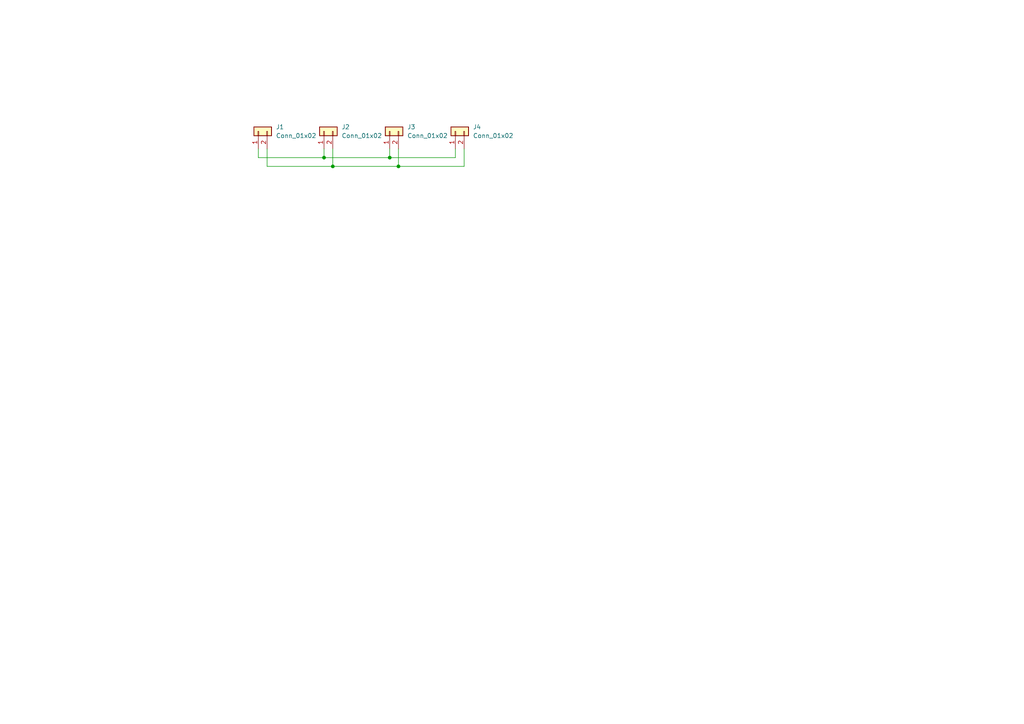
<source format=kicad_sch>
(kicad_sch (version 20230121) (generator eeschema)
  (paper "A4")
  (lib_symbols
    (symbol "Connector_Generic:Conn_01x02" (pin_names (offset 1.016) hide)
      (property "Reference" "J" (at 0 2.54 0))
      (property "Value" "Conn_01x02" (at 0 -5.08 0))
      (symbol "Conn_01x02_1_1"
        (rectangle (start -1.27 -2.413) (end 0 -2.667) (stroke (width 0.1524)))
        (rectangle (start -1.27 0.127) (end 0 -0.127) (stroke (width 0.1524)))
        (rectangle (start -1.27 1.27) (end 1.27 -3.81) (stroke (width 0.254)) (fill (type background)))
        (pin passive line (at -5.08 0 0) (length 3.81) (name "Pin_1") (number "1"))
        (pin passive line (at -5.08 -2.54 0) (length 3.81) (name "Pin_2") (number "2"))
      )
    )
  )
  (junction (at 113.03 45.72))
  (junction (at 96.52 48.26))
  (junction (at 115.57 48.26))
  (junction (at 93.98 45.72))
  (wire (pts (xy 93.98 45.72) (xy 74.93 45.72)))
  (wire (pts (xy 96.52 48.26) (xy 96.52 43.18)))
  (wire (pts (xy 115.57 48.26) (xy 115.57 43.18)))
  (wire (pts (xy 74.93 45.72) (xy 74.93 43.18)))
  (wire (pts (xy 115.57 48.26) (xy 134.62 48.26)))
  (wire (pts (xy 113.03 45.72) (xy 93.98 45.72)))
  (wire (pts (xy 134.62 48.26) (xy 134.62 43.18)))
  (wire (pts (xy 113.03 45.72) (xy 113.03 43.18)))
  (wire (pts (xy 132.08 43.18) (xy 132.08 45.72)))
  (wire (pts (xy 132.08 45.72) (xy 113.03 45.72)))
  (wire (pts (xy 93.98 45.72) (xy 93.98 43.18)))
  (wire (pts (xy 77.47 43.18) (xy 77.47 48.26)))
  (wire (pts (xy 77.47 48.26) (xy 96.52 48.26)))
  (wire (pts (xy 96.52 48.26) (xy 115.57 48.26)))
  (symbol (lib_id "Connector_Generic:Conn_01x02") (at 74.93 38.1 90) (unit 1)
    (property "Reference" "J1" (at 80.01 36.83 90) (effects (justify right)))
    (property "Value" "Conn_01x02" (at 80.01 39.37 90) (effects (justify right)))
    (property "Footprint" "footprints:double_wire_pads" (effects hide))
  )
  (symbol (lib_id "Connector_Generic:Conn_01x02") (at 93.98 38.1 90) (unit 1)
    (property "Reference" "J2" (at 99.06 36.83 90) (effects (justify right)))
    (property "Value" "Conn_01x02" (at 99.06 39.37 90) (effects (justify right)))
    (property "Footprint" "footprints:double_wire_pads" (effects hide))
  )
  (symbol (lib_id "Connector_Generic:Conn_01x02") (at 113.03 38.1 90) (unit 1)
    (property "Reference" "J3" (at 118.11 36.83 90) (effects (justify right)))
    (property "Value" "Conn_01x02" (at 118.11 39.37 90) (effects (justify right)))
    (property "Footprint" "footprints:double_wire_pads" (effects hide))
  )
  (symbol (lib_id "Connector_Generic:Conn_01x02") (at 132.08 38.1 90) (unit 1)
    (property "Reference" "J4" (at 137.16 36.83 90) (effects (justify right)))
    (property "Value" "Conn_01x02" (at 137.16 39.37 90) (effects (justify right)))
    (property "Footprint" "footprints:double_wire_pads" (effects hide))
  )
)
</source>
